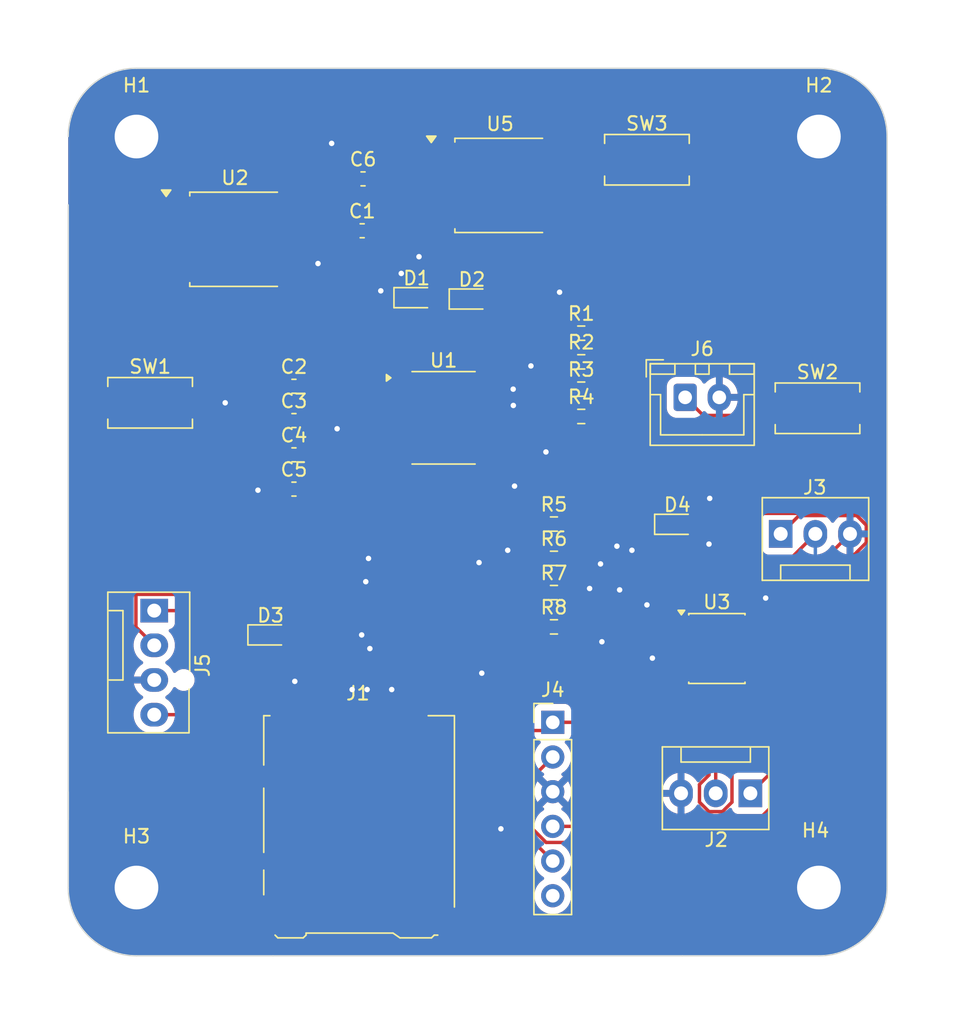
<source format=kicad_pcb>
(kicad_pcb (version 20241229) (generator "pcbnew") (generator_version "9.0")
  (layers (0 "F.Cu" signal) (2 "B.Cu" signal) (13 "F.Paste" user) (15 "B.Paste" user) (5 "F.SilkS" user "F.Silkscreen") (7 "B.SilkS" user "B.Silkscreen") (1 "F.Mask" user) (3 "B.Mask" user) (25 "Edge.Cuts" user))
  (net 0 "")
  (net 1 "GND")
  (net 2 "+3.3V")
  (net 3 "Alimentation")
  (net 4 "NRST")
  (net 5 "5V")
  (net 6 "Net-(D1-K)")
  (net 7 "LED_Status_1")
  (net 8 "Net-(D2-K)")
  (net 9 "LED_Status_2")
  (net 10 "Net-(D3-K)")
  (net 11 "Net-(D4-K)")
  (net 15 "SD_SPI1_MOSI")
  (net 16 "SD_CS")
  (net 17 "SD_SPI1_MISO")
  (net 18 "SD_SPI1_SCK")
  (net 19 "CAN_L")
  (net 20 "CAN_H")
  (net 21 "Debug_SWDIO")
  (net 22 "Debug_SWCLK")
  (net 24 "USART2_RX")
  (net 25 "USART2_TX")
  (net 26 "Net-(J6-Pin_1)")
  (net 27 "Test_PB")
  (net 29 "CAN_RX")
  (net 31 "CAN_TX")
  (footprint "Resistor_SMD:R_0603_1608Metric_Pad0.98x0.95mm_HandSolder" (layer "F.Cu") (at 165.5875 65.89)
    (property "Reference" "R6" (at 0 -1.43 0) (layer "F.SilkS"))
    (property "Value" "1k")
    (pad "1" smd roundrect (at -0.9125 0) (size 0.975 0.95) (layers "F.Cu" "F.Mask" "F.Paste") (net 10 "Net-(D3-K)"))
    (pad "2" smd roundrect (at 0.9125 0) (size 0.975 0.95) (layers "F.Cu" "F.Mask" "F.Paste") (net 1 "GND"))
  )
  (footprint "Diode_SMD:D_0603_1608Metric_Pad1.05x0.95mm_HandSolder" (layer "F.Cu") (at 144.825 71.5)
    (property "Reference" "D3" (at 0 -1.43 0) (layer "F.SilkS"))
    (property "Value" "LED")
    (pad "1" smd roundrect (at -0.875 0) (size 1.05 0.95) (layers "F.Cu" "F.Mask" "F.Paste") (net 10 "Net-(D3-K)"))
    (pad "2" smd roundrect (at 0.875 0) (size 1.05 0.95) (layers "F.Cu" "F.Mask" "F.Paste") (net 2 "+3.3V"))
  )
  (footprint "Connector:FanPinHeader_1x03_P2.54mm_Vertical" (layer "F.Cu") (at 179.98 83.1 180)
    (property "Reference" "J2" (at 2.5 -3.4 0) (layer "F.SilkS"))
    (property "Value" "Conn_01x03_Pin")
    (pad "1" thru_hole rect (at 0 0 270) (size 2.03 1.73) (drill 1.02) (layers "*.Cu" "*.Mask") (net 20 "CAN_H"))
    (pad "2" thru_hole oval (at 2.54 0 270) (size 2.03 1.73) (drill 1.02) (layers "*.Cu" "*.Mask") (net 19 "CAN_L"))
    (pad "3" thru_hole oval (at 5.08 0 270) (size 2.03 1.73) (drill 1.02) (layers "*.Cu" "*.Mask") (net 1 "GND"))
  )
  (footprint "Capacitor_SMD:C_0603_1608Metric_Pad1.08x0.95mm_HandSolder" (layer "F.Cu") (at 151.6 38.1)
    (property "Reference" "C6" (at 0 -1.43 0) (layer "F.SilkS"))
    (property "Value" "100nF")
    (pad "1" smd roundrect (at -0.8625 0) (size 1.075 0.95) (layers "F.Cu" "F.Mask" "F.Paste") (net 2 "+3.3V"))
    (pad "2" smd roundrect (at 0.8625 0) (size 1.075 0.95) (layers "F.Cu" "F.Mask" "F.Paste") (net 1 "GND"))
  )
  (footprint "Connector_PinHeader_2.54mm:PinHeader_1x06_P2.54mm_Vertical" (layer "F.Cu") (at 165.5 77.9)
    (property "Reference" "J4" (at 0 -2.38 0) (layer "F.SilkS"))
    (property "Value" "Conn_01x06_Pin")
    (pad "1" thru_hole rect (at 0 0) (size 1.7 1.7) (drill 1) (layers "*.Cu" "*.Mask") (net 2 "+3.3V"))
    (pad "2" thru_hole circle (at 0 2.54) (size 1.7 1.7) (drill 1) (layers "*.Cu" "*.Mask") (net 22 "Debug_SWCLK"))
    (pad "3" thru_hole circle (at 0 5.08) (size 1.7 1.7) (drill 1) (layers "*.Cu" "*.Mask") (net 1 "GND"))
    (pad "4" thru_hole circle (at 0 7.62) (size 1.7 1.7) (drill 1) (layers "*.Cu" "*.Mask") (net 21 "Debug_SWDIO"))
    (pad "5" thru_hole circle (at 0 10.16) (size 1.7 1.7) (drill 1) (layers "*.Cu" "*.Mask") (net 4 "NRST"))
    (pad "6" thru_hole circle (at 0 12.7) (size 1.7 1.7) (drill 1) (layers "*.Cu" "*.Mask"))
  )
  (footprint "Button_Switch_SMD:SW_SPST_EVQPE1" (layer "F.Cu") (at 172.4 36.7)
    (property "Reference" "SW3" (at 0 -2.65 0) (layer "F.SilkS"))
    (property "Value" "SW_Push")
    (pad "1" smd rect (at -2.7 0) (size 2 1.6) (layers "F.Cu" "F.Mask" "F.Paste") (net 1 "GND"))
    (pad "2" smd rect (at 2.7 0) (size 2 1.6) (layers "F.Cu" "F.Mask" "F.Paste") (net 27 "Test_PB"))
  )
  (footprint "Package_TO_SOT_SMD:TO-252-3_TabPin2" (layer "F.Cu") (at 142.215 42.525)
    (property "Reference" "U2" (at 0 -4.5 0) (layer "F.SilkS"))
    (property "Value" "LM1117DT-3.3")
    (pad "1" smd roundrect (at -5.04 -2.28) (size 2.2 1.2) (layers "F.Cu" "F.Mask" "F.Paste") (roundrect_rratio 0.208333) (net 1 "GND"))
    (pad "2" smd roundrect (at -5.04 0) (size 2.2 1.2) (layers "F.Cu" "F.Mask" "F.Paste") (roundrect_rratio 0.208333) (net 2 "+3.3V"))
    (pad "2" smd roundrect (at 1.26 0) (size 6.4 5.8) (layers "F.Cu" "F.Mask") (roundrect_rratio 0.043103) (net 2 "+3.3V"))
    (pad "3" smd roundrect (at -5.04 2.28) (size 2.2 1.2) (layers "F.Cu" "F.Mask" "F.Paste") (roundrect_rratio 0.208333) (net 3 "Alimentation"))
  )
  (footprint "Resistor_SMD:R_0603_1608Metric_Pad0.98x0.95mm_HandSolder" (layer "F.Cu") (at 167.5875 51.5)
    (property "Reference" "R2" (at 0 -1.43 0) (layer "F.SilkS"))
    (property "Value" "1k")
    (pad "1" smd roundrect (at -0.9125 0) (size 0.975 0.95) (layers "F.Cu" "F.Mask" "F.Paste") (net 8 "Net-(D2-K)"))
    (pad "2" smd roundrect (at 0.9125 0) (size 0.975 0.95) (layers "F.Cu" "F.Mask" "F.Paste") (net 1 "GND"))
  )
  (footprint "Connector:FanPinHeader_1x04_P2.54mm_Vertical" (layer "F.Cu") (at 136.3 69.72 -90)
    (property "Reference" "J5" (at 4 -3.55 90) (layer "F.SilkS"))
    (property "Value" "Conn_01x04_Pin")
    (pad "" np_thru_hole circle (at 5.08 -2.16) (size 1.1 1.1) (drill 1.1) (layers "*.Cu" "*.Mask"))
    (pad "1" thru_hole rect (at 0 0) (size 2.03 1.73) (drill 1.02) (layers "*.Cu" "*.Mask") (net 24 "USART2_RX"))
    (pad "2" thru_hole oval (at 2.54 0) (size 2.03 1.73) (drill 1.02) (layers "*.Cu" "*.Mask") (net 25 "USART2_TX"))
    (pad "3" thru_hole oval (at 5.08 0) (size 2.03 1.73) (drill 1.02) (layers "*.Cu" "*.Mask") (net 1 "GND"))
    (pad "4" thru_hole oval (at 7.62 0) (size 2.03 1.73) (drill 1.02) (layers "*.Cu" "*.Mask") (net 2 "+3.3V"))
  )
  (footprint "Resistor_SMD:R_0603_1608Metric_Pad0.98x0.95mm_HandSolder" (layer "F.Cu") (at 165.5875 70.91)
    (property "Reference" "R8" (at 0 -1.43 0) (layer "F.SilkS"))
    (property "Value" "1k")
    (pad "1" smd roundrect (at -0.9125 0) (size 0.975 0.95) (layers "F.Cu" "F.Mask" "F.Paste") (net 11 "Net-(D4-K)"))
    (pad "2" smd roundrect (at 0.9125 0) (size 0.975 0.95) (layers "F.Cu" "F.Mask" "F.Paste") (net 1 "GND"))
  )
  (footprint "Capacitor_SMD:C_0603_1608Metric_Pad1.08x0.95mm_HandSolder" (layer "F.Cu") (at 151.5375 41.9)
    (property "Reference" "C1" (at 0 -1.43 0) (layer "F.SilkS"))
    (property "Value" "10µF")
    (pad "1" smd roundrect (at -0.8625 0) (size 1.075 0.95) (layers "F.Cu" "F.Mask" "F.Paste") (net 2 "+3.3V"))
    (pad "2" smd roundrect (at 0.8625 0) (size 1.075 0.95) (layers "F.Cu" "F.Mask" "F.Paste") (net 1 "GND"))
  )
  (footprint "Connector:FanPinHeader_1x03_P2.54mm_Vertical" (layer "F.Cu") (at 182.2 64.1)
    (property "Reference" "J3" (at 2.5 -3.4 0) (layer "F.SilkS"))
    (property "Value" "Conn_01x03_Pin")
    (pad "1" thru_hole rect (at 0 0 90) (size 2.03 1.73) (drill 1.02) (layers "*.Cu" "*.Mask") (net 20 "CAN_H"))
    (pad "2" thru_hole oval (at 2.54 0 90) (size 2.03 1.73) (drill 1.02) (layers "*.Cu" "*.Mask") (net 19 "CAN_L"))
    (pad "3" thru_hole oval (at 5.08 0 90) (size 2.03 1.73) (drill 1.02) (layers "*.Cu" "*.Mask") (net 1 "GND"))
  )
  (footprint "Resistor_SMD:R_0603_1608Metric_Pad0.98x0.95mm_HandSolder" (layer "F.Cu") (at 165.5875 68.4)
    (property "Reference" "R7" (at 0 -1.43 0) (layer "F.SilkS"))
    (property "Value" "120")
    (pad "1" smd roundrect (at -0.9125 0) (size 0.975 0.95) (layers "F.Cu" "F.Mask" "F.Paste") (net 20 "CAN_H"))
    (pad "2" smd roundrect (at 0.9125 0) (size 0.975 0.95) (layers "F.Cu" "F.Mask" "F.Paste") (net 19 "CAN_L"))
  )
  (footprint "Diode_SMD:D_0603_1608Metric_Pad1.05x0.95mm_HandSolder" (layer "F.Cu") (at 155.525 46.8)
    (property "Reference" "D1" (at 0 -1.43 0) (layer "F.SilkS"))
    (property "Value" "LED")
    (pad "1" smd roundrect (at -0.875 0) (size 1.05 0.95) (layers "F.Cu" "F.Mask" "F.Paste") (net 6 "Net-(D1-K)"))
    (pad "2" smd roundrect (at 0.875 0) (size 1.05 0.95) (layers "F.Cu" "F.Mask" "F.Paste") (net 7 "LED_Status_1"))
  )
  (footprint "Capacitor_SMD:C_0603_1608Metric_Pad1.08x0.95mm_HandSolder" (layer "F.Cu") (at 146.5375 53.29)
    (property "Reference" "C2" (at 0 -1.43 0) (layer "F.SilkS"))
    (property "Value" "10µF")
    (pad "1" smd roundrect (at -0.8625 0) (size 1.075 0.95) (layers "F.Cu" "F.Mask" "F.Paste") (net 3 "Alimentation"))
    (pad "2" smd roundrect (at 0.8625 0) (size 1.075 0.95) (layers "F.Cu" "F.Mask" "F.Paste") (net 1 "GND"))
  )
  (footprint "MountingHole:MountingHole_3.2mm_M3_DIN965_Pad" (layer "F.Cu") (at 185 35)
    (property "Reference" "H2" (at 0 -3.75 0) (layer "F.SilkS"))
    (property "Value" "MountingHole_Pad")
    (pad "1" thru_hole circle (at 0 0) (size 5.6 5.6) (drill 3.2) (layers "*.Cu" "*.Mask") (net 1 "GND"))
  )
  (footprint "Connector_JST:JST_XH_B2B-XH-A_1x02_P2.50mm_Vertical" (layer "F.Cu") (at 175.2 54.1)
    (property "Reference" "J6" (at 1.25 -3.55 0) (layer "F.SilkS"))
    (property "Value" "Conn_01x02_Pin")
    (pad "1" thru_hole roundrect (at 0 0) (size 1.7 2) (drill 1) (layers "*.Cu" "*.Mask") (roundrect_rratio 0.147059) (net 26 "Net-(J6-Pin_1)"))
    (pad "2" thru_hole oval (at 2.5 0) (size 1.7 2) (drill 1) (layers "*.Cu" "*.Mask") (net 1 "GND"))
  )
  (footprint "Resistor_SMD:R_0603_1608Metric_Pad0.98x0.95mm_HandSolder" (layer "F.Cu") (at 165.5875 63.38)
    (property "Reference" "R5" (at 0 -1.43 0) (layer "F.SilkS"))
    (property "Value" "10k")
    (pad "1" smd roundrect (at -0.9125 0) (size 0.975 0.95) (layers "F.Cu" "F.Mask" "F.Paste") (net 17 "SD_SPI1_MISO"))
    (pad "2" smd roundrect (at 0.9125 0) (size 0.975 0.95) (layers "F.Cu" "F.Mask" "F.Paste") (net 2 "+3.3V"))
  )
  (footprint "MountingHole:MountingHole_3.2mm_M3_DIN965_Pad" (layer "F.Cu") (at 135 35)
    (property "Reference" "H1" (at 0 -3.75 0) (layer "F.SilkS"))
    (property "Value" "MountingHole_Pad")
    (pad "1" thru_hole circle (at 0 0) (size 5.6 5.6) (drill 3.2) (layers "*.Cu" "*.Mask") (net 1 "GND"))
  )
  (footprint "Package_SO:TSSOP-20_4.4x6.5mm_P0.65mm" (layer "F.Cu") (at 157.5 55.6)
    (property "Reference" "U1" (at 0 -4.2 0) (layer "F.SilkS"))
    (property "Value" "STM32F042F6Px")
    (pad "1" smd roundrect (at -2.8625 -2.925) (size 1.475 0.4) (layers "F.Cu" "F.Mask" "F.Paste") (net 27 "Test_PB"))
    (pad "2" smd roundrect (at -2.8625 -2.275) (size 1.475 0.4) (layers "F.Cu" "F.Mask" "F.Paste") (net 7 "LED_Status_1"))
    (pad "3" smd roundrect (at -2.8625 -1.625) (size 1.475 0.4) (layers "F.Cu" "F.Mask" "F.Paste") (net 9 "LED_Status_2"))
    (pad "4" smd roundrect (at -2.8625 -0.975) (size 1.475 0.4) (layers "F.Cu" "F.Mask" "F.Paste") (net 4 "NRST"))
    (pad "5" smd roundrect (at -2.8625 -0.325) (size 1.475 0.4) (layers "F.Cu" "F.Mask" "F.Paste") (net 2 "+3.3V"))
    (pad "6" smd roundrect (at -2.8625 0.325) (size 1.475 0.4) (layers "F.Cu" "F.Mask" "F.Paste"))
    (pad "7" smd roundrect (at -2.8625 0.975) (size 1.475 0.4) (layers "F.Cu" "F.Mask" "F.Paste"))
    (pad "8" smd roundrect (at -2.8625 1.625) (size 1.475 0.4) (layers "F.Cu" "F.Mask" "F.Paste") (net 25 "USART2_TX"))
    (pad "9" smd roundrect (at -2.8625 2.275) (size 1.475 0.4) (layers "F.Cu" "F.Mask" "F.Paste") (net 24 "USART2_RX"))
    (pad "10" smd roundrect (at -2.8625 2.925) (size 1.475 0.4) (layers "F.Cu" "F.Mask" "F.Paste") (net 16 "SD_CS"))
    (pad "11" smd roundrect (at 2.8625 2.925) (size 1.475 0.4) (layers "F.Cu" "F.Mask" "F.Paste") (net 18 "SD_SPI1_SCK"))
    (pad "12" smd roundrect (at 2.8625 2.275) (size 1.475 0.4) (layers "F.Cu" "F.Mask" "F.Paste") (net 17 "SD_SPI1_MISO"))
    (pad "13" smd roundrect (at 2.8625 1.625) (size 1.475 0.4) (layers "F.Cu" "F.Mask" "F.Paste") (net 15 "SD_SPI1_MOSI"))
    (pad "14" smd roundrect (at 2.8625 0.975) (size 1.475 0.4) (layers "F.Cu" "F.Mask" "F.Paste"))
    (pad "15" smd roundrect (at 2.8625 0.325) (size 1.475 0.4) (layers "F.Cu" "F.Mask" "F.Paste") (net 1 "GND"))
    (pad "16" smd roundrect (at 2.8625 -0.325) (size 1.475 0.4) (layers "F.Cu" "F.Mask" "F.Paste") (net 2 "+3.3V"))
    (pad "17" smd roundrect (at 2.8625 -0.975) (size 1.475 0.4) (layers "F.Cu" "F.Mask" "F.Paste") (net 29 "CAN_RX"))
    (pad "18" smd roundrect (at 2.8625 -1.625) (size 1.475 0.4) (layers "F.Cu" "F.Mask" "F.Paste") (net 31 "CAN_TX"))
    (pad "19" smd roundrect (at 2.8625 -2.275) (size 1.475 0.4) (layers "F.Cu" "F.Mask" "F.Paste") (net 22 "Debug_SWCLK"))
    (pad "20" smd roundrect (at 2.8625 -2.925) (size 1.475 0.4) (layers "F.Cu" "F.Mask" "F.Paste") (net 21 "Debug_SWDIO"))
  )
  (footprint "Capacitor_SMD:C_0603_1608Metric_Pad1.08x0.95mm_HandSolder" (layer "F.Cu") (at 146.5375 58.31)
    (property "Reference" "C4" (at 0 -1.43 0) (layer "F.SilkS"))
    (property "Value" "10µF")
    (pad "1" smd roundrect (at -0.8625 0) (size 1.075 0.95) (layers "F.Cu" "F.Mask" "F.Paste") (net 3 "Alimentation"))
    (pad "2" smd roundrect (at 0.8625 0) (size 1.075 0.95) (layers "F.Cu" "F.Mask" "F.Paste") (net 1 "GND"))
  )
  (footprint "Connector_Card:microSD_HC_Hirose_DM3AT-SF-PEJM5" (layer "F.Cu") (at 151.3 85.3)
    (property "Reference" "J1" (at -0.075 -9.525 0) (layer "F.SilkS"))
    (property "Value" "Micro_SD_Card")
    (pad "1" smd rect (at 2.775 -7.725) (size 0.7 1.2) (layers "F.Cu" "F.Mask" "F.Paste"))
    (pad "2" smd rect (at 1.675 -7.725) (size 0.7 1.2) (layers "F.Cu" "F.Mask" "F.Paste") (net 16 "SD_CS"))
    (pad "3" smd rect (at 0.575 -7.725) (size 0.7 1.2) (layers "F.Cu" "F.Mask" "F.Paste") (net 15 "SD_SPI1_MOSI"))
    (pad "4" smd rect (at -0.525 -7.725) (size 0.7 1.2) (layers "F.Cu" "F.Mask" "F.Paste") (net 2 "+3.3V"))
    (pad "5" smd rect (at -1.625 -7.725) (size 0.7 1.2) (layers "F.Cu" "F.Mask" "F.Paste") (net 18 "SD_SPI1_SCK"))
    (pad "6" smd rect (at -2.725 -7.725) (size 0.7 1.2) (layers "F.Cu" "F.Mask" "F.Paste") (net 1 "GND"))
    (pad "7" smd rect (at -3.825 -7.725) (size 0.7 1.2) (layers "F.Cu" "F.Mask" "F.Paste") (net 17 "SD_SPI1_MISO"))
    (pad "8" smd rect (at -4.925 -7.725) (size 0.7 1.2) (layers "F.Cu" "F.Mask" "F.Paste"))
    (pad "9" smd rect (at -5.875 -7.725) (size 0.7 1.2) (layers "F.Cu" "F.Mask" "F.Paste") (net 1 "GND"))
    (pad "10" smd rect (at -6.825 2.775) (size 1 0.8) (layers "F.Cu" "F.Mask" "F.Paste"))
    (pad "11" smd rect (at -6.825 -3.425) (size 1 1.2) (layers "F.Cu" "F.Mask" "F.Paste"))
    (pad "11" smd rect (at -6.825 6.925) (size 1 2.8) (layers "F.Cu" "F.Mask" "F.Paste"))
    (pad "11" smd rect (at 4.325 -7.725) (size 1 1.2) (layers "F.Cu" "F.Mask" "F.Paste"))
    (pad "11" smd rect (at 6.675 7.375) (size 1.3 1.9) (layers "F.Cu" "F.Mask" "F.Paste"))
    (zone (net 0) (net_name "") (layer "F.Cu") (connect_pads (clearance 0)) (min_thickness 0.254)
      (keepout (tracks not_allowed) (vias not_allowed) (pads not_allowed) (copperpour not_allowed) (footprints not_allowed))
      (fill (thermal_gap 0.508) (thermal_bridge_width 0.508))
      (polygon (pts (xy 144.825 81.275) (xy 144.075 81.275) (xy 144.075 78.025) (xy 144.825 78.025)))
    )
    (zone (net 0) (net_name "") (layer "F.Cu") (connect_pads (clearance 0)) (min_thickness 0.254)
      (keepout (tracks not_allowed) (vias not_allowed) (pads not_allowed) (copperpour not_allowed) (footprints not_allowed))
      (fill (thermal_gap 0.508) (thermal_bridge_width 0.508))
      (polygon (pts (xy 144.825 86.075) (xy 144.075 86.075) (xy 144.075 82.475) (xy 144.825 82.475)))
    )
    (zone (net 0) (net_name "") (layer "F.Cu") (connect_pads (clearance 0)) (min_thickness 0.254)
      (keepout (tracks not_allowed) (vias not_allowed) (pads not_allowed) (copperpour not_allowed) (footprints not_allowed))
      (fill (thermal_gap 0.508) (thermal_bridge_width 0.508))
      (polygon (pts (xy 145.175 83.875) (xy 145.875 83.875) (xy 145.875 91.475) (xy 145.175 91.475)))
    )
    (zone (net 0) (net_name "") (layer "F.Cu") (connect_pads (clearance 0)) (min_thickness 0.254)
      (keepout (tracks not_allowed) (vias not_allowed) (pads not_allowed) (copperpour not_allowed) (footprints not_allowed))
      (fill (thermal_gap 0.508) (thermal_bridge_width 0.508))
      (polygon (pts (xy 154.225 92.275) (xy 156.775 92.275) (xy 156.775 93.625) (xy 154.225 93.625)))
    )
    (zone (net 0) (net_name "") (layer "F.Cu") (connect_pads (clearance 0)) (min_thickness 0.254)
      (keepout (tracks not_allowed) (vias not_allowed) (pads not_allowed) (copperpour not_allowed) (footprints not_allowed))
      (fill (thermal_gap 0.508) (thermal_bridge_width 0.508))
      (polygon (pts (xy 154.575 84.175) (xy 145.875 84.175) (xy 145.875 82.575) (xy 154.575 82.575)))
    )
  )
  (footprint "Diode_SMD:D_0603_1608Metric_Pad1.05x0.95mm_HandSolder" (layer "F.Cu") (at 159.575 46.9)
    (property "Reference" "D2" (at 0 -1.43 0) (layer "F.SilkS"))
    (property "Value" "LED")
    (pad "1" smd roundrect (at -0.875 0) (size 1.05 0.95) (layers "F.Cu" "F.Mask" "F.Paste") (net 8 "Net-(D2-K)"))
    (pad "2" smd roundrect (at 0.875 0) (size 1.05 0.95) (layers "F.Cu" "F.Mask" "F.Paste") (net 9 "LED_Status_2"))
  )
  (footprint "Button_Switch_SMD:SW_SPST_EVQPE1" (layer "F.Cu") (at 136 54.5)
    (property "Reference" "SW1" (at 0 -2.65 0) (layer "F.SilkS"))
    (property "Value" "SW_Push")
    (pad "1" smd rect (at -2.7 0) (size 2 1.6) (layers "F.Cu" "F.Mask" "F.Paste") (net 1 "GND"))
    (pad "2" smd rect (at 2.7 0) (size 2 1.6) (layers "F.Cu" "F.Mask" "F.Paste") (net 4 "NRST"))
  )
  (footprint "MountingHole:MountingHole_3.2mm_M3_DIN965_Pad" (layer "F.Cu") (at 135 90)
    (property "Reference" "H3" (at 0 -3.75 0) (layer "F.SilkS"))
    (property "Value" "MountingHole_Pad")
    (pad "1" thru_hole circle (at 0 0) (size 5.6 5.6) (drill 3.2) (layers "*.Cu" "*.Mask") (net 1 "GND"))
  )
  (footprint "Resistor_SMD:R_0603_1608Metric_Pad0.98x0.95mm_HandSolder" (layer "F.Cu") (at 167.5875 49.4)
    (property "Reference" "R1" (at 0 -1.43 0) (layer "F.SilkS"))
    (property "Value" "1k")
    (pad "1" smd roundrect (at -0.9125 0) (size 0.975 0.95) (layers "F.Cu" "F.Mask" "F.Paste") (net 6 "Net-(D1-K)"))
    (pad "2" smd roundrect (at 0.9125 0) (size 0.975 0.95) (layers "F.Cu" "F.Mask" "F.Paste") (net 1 "GND"))
  )
  (footprint "Package_TO_SOT_SMD:TO-252-3_TabPin2" (layer "F.Cu") (at 161.64 38.58)
    (property "Reference" "U5" (at 0 -4.5 0) (layer "F.SilkS"))
    (property "Value" "LM1117DT-5.0")
    (pad "1" smd roundrect (at -5.04 -2.28) (size 2.2 1.2) (layers "F.Cu" "F.Mask" "F.Paste") (roundrect_rratio 0.208333) (net 1 "GND"))
    (pad "2" smd roundrect (at -5.04 0) (size 2.2 1.2) (layers "F.Cu" "F.Mask" "F.Paste") (roundrect_rratio 0.208333) (net 5 "5V"))
    (pad "2" smd roundrect (at 1.26 0) (size 6.4 5.8) (layers "F.Cu" "F.Mask") (roundrect_rratio 0.043103) (net 5 "5V"))
    (pad "3" smd roundrect (at -5.04 2.28) (size 2.2 1.2) (layers "F.Cu" "F.Mask" "F.Paste") (roundrect_rratio 0.208333) (net 3 "Alimentation"))
  )
  (footprint "Package_SO:SOIC-8_3.9x4.9mm_P1.27mm" (layer "F.Cu") (at 177.525 72.495)
    (property "Reference" "U3" (at 0 -3.4 0) (layer "F.SilkS"))
    (property "Value" "MCP2562-E-SN")
    (pad "1" smd roundrect (at -2.475 -1.905) (size 1.95 0.6) (layers "F.Cu" "F.Mask" "F.Paste") (net 31 "CAN_TX"))
    (pad "2" smd roundrect (at -2.475 -0.635) (size 1.95 0.6) (layers "F.Cu" "F.Mask" "F.Paste") (net 1 "GND"))
    (pad "3" smd roundrect (at -2.475 0.635) (size 1.95 0.6) (layers "F.Cu" "F.Mask" "F.Paste") (net 5 "5V"))
    (pad "4" smd roundrect (at -2.475 1.905) (size 1.95 0.6) (layers "F.Cu" "F.Mask" "F.Paste") (net 29 "CAN_RX"))
    (pad "5" smd roundrect (at 2.475 1.905) (size 1.95 0.6) (layers "F.Cu" "F.Mask" "F.Paste") (net 2 "+3.3V"))
    (pad "6" smd roundrect (at 2.475 0.635) (size 1.95 0.6) (layers "F.Cu" "F.Mask" "F.Paste") (net 19 "CAN_L"))
    (pad "7" smd roundrect (at 2.475 -0.635) (size 1.95 0.6) (layers "F.Cu" "F.Mask" "F.Paste") (net 20 "CAN_H"))
    (pad "8" smd roundrect (at 2.475 -1.905) (size 1.95 0.6) (layers "F.Cu" "F.Mask" "F.Paste") (net 1 "GND"))
  )
  (footprint "Button_Switch_SMD:SW_SPST_EVQPE1" (layer "F.Cu") (at 184.9 54.9)
    (property "Reference" "SW2" (at 0 -2.65 0) (layer "F.SilkS"))
    (property "Value" "SW_SPST")
    (pad "1" smd rect (at -2.7 0) (size 2 1.6) (layers "F.Cu" "F.Mask" "F.Paste") (net 26 "Net-(J6-Pin_1)"))
    (pad "2" smd rect (at 2.7 0) (size 2 1.6) (layers "F.Cu" "F.Mask" "F.Paste") (net 3 "Alimentation"))
  )
  (footprint "Capacitor_SMD:C_0603_1608Metric_Pad1.08x0.95mm_HandSolder" (layer "F.Cu") (at 146.5375 55.8)
    (property "Reference" "C3" (at 0 -1.43 0) (layer "F.SilkS"))
    (property "Value" "1uF")
    (pad "1" smd roundrect (at -0.8625 0) (size 1.075 0.95) (layers "F.Cu" "F.Mask" "F.Paste") (net 1 "GND"))
    (pad "2" smd roundrect (at 0.8625 0) (size 1.075 0.95) (layers "F.Cu" "F.Mask" "F.Paste") (net 4 "NRST"))
  )
  (footprint "Diode_SMD:D_0603_1608Metric_Pad1.05x0.95mm_HandSolder" (layer "F.Cu") (at 174.625 63.4)
    (property "Reference" "D4" (at 0 -1.43 0) (layer "F.SilkS"))
    (property "Value" "LED")
    (pad "1" smd roundrect (at -0.875 0) (size 1.05 0.95) (layers "F.Cu" "F.Mask" "F.Paste") (net 11 "Net-(D4-K)"))
    (pad "2" smd roundrect (at 0.875 0) (size 1.05 0.95) (layers "F.Cu" "F.Mask" "F.Paste") (net 2 "+3.3V"))
  )
  (footprint "Resistor_SMD:R_0603_1608Metric_Pad0.98x0.95mm_HandSolder" (layer "F.Cu") (at 167.5875 53.5)
    (property "Reference" "R3" (at 0 -1.43 0) (layer "F.SilkS"))
    (property "Value" "10k")
    (pad "1" smd roundrect (at -0.9125 0) (size 0.975 0.95) (layers "F.Cu" "F.Mask" "F.Paste") (net 15 "SD_SPI1_MOSI"))
    (pad "2" smd roundrect (at 0.9125 0) (size 0.975 0.95) (layers "F.Cu" "F.Mask" "F.Paste") (net 2 "+3.3V"))
  )
  (footprint "Capacitor_SMD:C_0603_1608Metric_Pad1.08x0.95mm_HandSolder" (layer "F.Cu") (at 146.5375 60.82)
    (property "Reference" "C5" (at 0 -1.43 0) (layer "F.SilkS"))
    (property "Value" "10µF")
    (pad "1" smd roundrect (at -0.8625 0) (size 1.075 0.95) (layers "F.Cu" "F.Mask" "F.Paste") (net 5 "5V"))
    (pad "2" smd roundrect (at 0.8625 0) (size 1.075 0.95) (layers "F.Cu" "F.Mask" "F.Paste") (net 1 "GND"))
  )
  (footprint "MountingHole:MountingHole_3.2mm_M3_DIN965_Pad" (layer "F.Cu") (at 185 90)
    (property "Reference" "H4" (at -0.25 -4.18 0) (layer "F.SilkS"))
    (property "Value" "MountingHole_Pad")
    (pad "1" thru_hole circle (at 0 0) (size 5.6 5.6) (drill 3.2) (layers "*.Cu" "*.Mask") (net 1 "GND"))
  )
  (footprint "Resistor_SMD:R_0603_1608Metric_Pad0.98x0.95mm_HandSolder" (layer "F.Cu") (at 167.5875 55.5)
    (property "Reference" "R4" (at 0 -1.43 0) (layer "F.SilkS"))
    (property "Value" "10k")
    (pad "1" smd roundrect (at -0.9125 0) (size 0.975 0.95) (layers "F.Cu" "F.Mask" "F.Paste") (net 18 "SD_SPI1_SCK"))
    (pad "2" smd roundrect (at 0.9125 0) (size 0.975 0.95) (layers "F.Cu" "F.Mask" "F.Paste") (net 2 "+3.3V"))
  )
  (gr_line (start 190 90) (end 190 85) (stroke (width 0.1)) (layer "Edge.Cuts"))
  (gr_line (start 185 30) (end 135 30) (stroke (width 0.1)) (layer "Edge.Cuts"))
  (gr_arc (start 130 35) (mid 131.464466 31.464466) (end 135 30) (stroke (width 0.1)) (layer "Edge.Cuts"))
  (gr_line (start 190 75) (end 190 85) (stroke (width 0.1)) (layer "Edge.Cuts"))
  (gr_arc (start 135 95) (mid 131.464466 93.535534) (end 130 90) (stroke (width 0.1)) (layer "Edge.Cuts"))
  (gr_arc (start 190 90) (mid 188.535534 93.535534) (end 185 95) (stroke (width 0.1)) (layer "Edge.Cuts"))
  (gr_line (start 190 35) (end 190 40) (stroke (width 0.1)) (layer "Edge.Cuts"))
  (gr_line (start 190 40) (end 190 75) (stroke (width 0.1)) (layer "Edge.Cuts"))
  (gr_line (start 135 95) (end 145 95) (stroke (width 0.1)) (layer "Edge.Cuts"))
  (gr_line (start 175 95) (end 145 95) (stroke (width 0.1)) (layer "Edge.Cuts"))
  (gr_line (start 130 85) (end 130 50) (stroke (width 0.1)) (layer "Edge.Cuts"))
  (gr_line (start 130 83) (end 130 85) (stroke (width 0.1)) (layer "Edge.Cuts"))
  (gr_line (start 130 50) (end 130 40) (stroke (width 0.1)) (layer "Edge.Cuts"))
  (gr_arc (start 185 30) (mid 188.535534 31.464466) (end 190 35) (stroke (width 0.1)) (layer "Edge.Cuts"))
  (gr_line (start 185 95) (end 175 95) (stroke (width 0.1)) (layer "Edge.Cuts"))
  (gr_line (start 130 85) (end 130 90) (stroke (width 0.1)) (layer "Edge.Cuts"))
  (segment (start 180 69.9) (end 181.1 68.8) (width 0.25) (layer "F.Cu") (net 1))
  (segment (start 180.79 70.59) (end 187.28 64.1) (width 0.25) (layer "F.Cu") (net 1))
  (segment (start 180 70.59) (end 180 69.9) (width 0.25) (layer "F.Cu") (net 1))
  (segment (start 180 70.59) (end 180.79 70.59) (width 0.25) (layer "F.Cu") (net 1))
  (via (at 181.1 68.8) (size 0.8) (drill 0.4) (layers "F.Cu" "B.Cu") (net 1))
  (segment (start 177.7 65.4) (end 177.7 54.1) (width 0.25) (layer "B.Cu") (net 1))
  (segment (start 181.1 68.8) (end 177.7 65.4) (width 0.25) (layer "B.Cu") (net 1))
  (segment (start 150.775 77.575) (end 150.775 75.525) (width 0.25) (layer "F.Cu") (net 2))
  (segment (start 150.7375 41.8375) (end 150.675 41.9) (width 0.25) (layer "F.Cu") (net 2))
  (segment (start 150.775 75.525) (end 150.8 75.5) (width 0.25) (layer "F.Cu") (net 2))
  (segment (start 168.5 53.5) (end 168.5 55.5) (width 0.25) (layer "F.Cu") (net 2))
  (segment (start 145.7 71.5) (end 145.7 73.2) (width 0.25) (layer "F.Cu") (net 2))
  (segment (start 169.42 63.38) (end 171.3 61.5) (width 0.25) (layer "F.Cu") (net 2))
  (segment (start 176.946672 78.1) (end 176.946672 81.759) (width 0.25) (layer "F.Cu") (net 2))
  (segment (start 145.7 73.2) (end 145.6 73.3) (width 0.25) (layer "F.Cu") (net 2))
  (segment (start 176.746672 77.9) (end 176.946672 78.1) (width 0.25) (layer "F.Cu") (net 2))
  (segment (start 145.6 73.9) (end 145.6 73.3) (width 0.25) (layer "F.Cu") (net 2))
  (segment (start 176.946672 64.846672) (end 176.946672 78.1) (width 0.25) (layer "F.Cu") (net 2))
  (segment (start 135.749 44.209486) (end 135.749 45.400514) (width 0.25) (layer "F.Cu") (net 2))
  (segment (start 144.8115 58.78749) (end 145.13501 59.111) (width 0.25) (layer "F.Cu") (net 2))
  (segment (start 178.631 83.743328) (end 178.631 75.769) (width 0.25) (layer "F.Cu") (net 2))
  (segment (start 143.475 42.525) (end 137.175 42.525) (width 0.25) (layer "F.Cu") (net 2))
  (segment (start 145.13501 59.111) (end 150.108774 59.111) (width 0.25) (layer "F.Cu") (net 2))
  (segment (start 166.5 63.38) (end 169.42 63.38) (width 0.25) (layer "F.Cu") (net 2))
  (segment (start 137.433486 42.525) (end 135.749 44.209486) (width 0.25) (layer "F.Cu") (net 2))
  (segment (start 176.946672 81.759) (end 176.249 82.456672) (width 0.25) (layer "F.Cu") (net 2))
  (segment (start 149.875 42.525) (end 143.475 42.525) (width 0.25) (layer "F.Cu") (net 2))
  (segment (start 171.3 55.6) (end 171.4 55.5) (width 0.25) (layer "F.Cu") (net 2))
  (segment (start 176.249 83.743328) (end 176.946672 84.441) (width 0.25) (layer "F.Cu") (net 2))
  (segment (start 178.631 75.769) (end 180 74.4) (width 0.25) (layer "F.Cu") (net 2))
  (segment (start 146.6 74.9) (end 145.6 73.9) (width 0.25) (layer "F.Cu") (net 2))
  (segment (start 164.899 78.501) (end 150.851 78.501) (width 0.25) (layer "F.Cu") (net 2))
  (segment (start 153.944774 55.275) (end 154.6375 55.275) (width 0.25) (layer "F.Cu") (net 2))
  (segment (start 176.249 82.456672) (end 176.249 83.743328) (width 0.25) (layer "F.Cu") (net 2))
  (segment (start 149.875 42.525) (end 137.433486 42.525) (width 0.25) (layer "F.Cu") (net 2))
  (segment (start 144.8115 54.463014) (end 144.8115 58.78749) (width 0.25) (layer "F.Cu") (net 2))
  (segment (start 177.933328 84.441) (end 178.631 83.743328) (width 0.25) (layer "F.Cu") (net 2))
  (segment (start 176.946672 84.441) (end 177.933328 84.441) (width 0.25) (layer "F.Cu") (net 2))
  (segment (start 171.3 61.5) (end 171.3 55.6) (width 0.25) (layer "F.Cu") (net 2))
  (segment (start 154.6375 55.275) (end 160.3625 55.275) (width 0.25) (layer "F.Cu") (net 2))
  (segment (start 150.108774 59.111) (end 153.944774 55.275) (width 0.25) (layer "F.Cu") (net 2))
  (segment (start 171.4 55.5) (end 168.5 55.5) (width 0.25) (layer "F.Cu") (net 2))
  (segment (start 150.851 78.501) (end 150.775 78.425) (width 0.25) (layer "F.Cu") (net 2))
  (segment (start 150.775 78.425) (end 150.775 77.575) (width 0.25) (layer "F.Cu") (net 2))
  (segment (start 141.56 77.34) (end 136.3 77.34) (width 0.25) (layer "F.Cu") (net 2))
  (segment (start 150.7375 38.1) (end 150.7375 41.8375) (width 0.25) (layer "F.Cu") (net 2))
  (segment (start 150.675 41.9) (end 150.5 41.9) (width 0.25) (layer "F.Cu") (net 2))
  (segment (start 171.3 61.5) (end 177 61.5) (width 0.25) (layer "F.Cu") (net 2))
  (segment (start 165.5 77.9) (end 176.746672 77.9) (width 0.25) (layer "F.Cu") (net 2))
  (segment (start 165.5 77.9) (end 164.899 78.501) (width 0.25) (layer "F.Cu") (net 2))
  (segment (start 175.5 63.4) (end 176.946672 64.846672) (width 0.25) (layer "F.Cu") (net 2))
  (segment (start 135.749 45.400514) (end 144.8115 54.463014) (width 0.25) (layer "F.Cu") (net 2))
  (segment (start 145.6 73.3) (end 141.56 77.34) (width 0.25) (layer "F.Cu") (net 2))
  (segment (start 150.5 41.9) (end 149.875 42.525) (width 0.25) (layer "F.Cu") (net 2))
  (via (at 177 61.5) (size 0.8) (drill 0.4) (layers "F.Cu" "B.Cu") (net 2))
  (via (at 150.8 75.5) (size 0.8) (drill 0.4) (layers "F.Cu" "B.Cu") (net 2))
  (via (at 146.6 74.9) (size 0.8) (drill 0.4) (layers "F.Cu" "B.Cu") (net 2))
  (via (at 176.946672 64.846672) (size 0.8) (drill 0.4) (layers "F.Cu" "B.Cu") (net 2))
  (segment (start 150.8 75.5) (end 147.2 75.5) (width 0.25) (layer "B.Cu") (net 2))
  (segment (start 176.946672 61.553328) (end 177 61.5) (width 0.25) (layer "B.Cu") (net 2))
  (segment (start 176.946672 64.846672) (end 176.946672 61.553328) (width 0.25) (layer "B.Cu") (net 2))
  (segment (start 147.2 75.5) (end 146.6 74.9) (width 0.25) (layer "B.Cu") (net 2))
  (segment (start 155.7 43.8) (end 176.5 43.8) (width 0.25) (layer "F.Cu") (net 3))
  (segment (start 137.175 44.805) (end 145.66 53.29) (width 0.25) (layer "F.Cu") (net 3))
  (segment (start 155.7 43.8) (end 155.7 41.76) (width 0.25) (layer "F.Cu") (net 3))
  (segment (start 176.5 43.8) (end 187.6 54.9) (width 0.25) (layer "F.Cu") (net 3))
  (segment (start 145.675 53.29) (end 148.3 50.665) (width 0.25) (layer "F.Cu") (net 3))
  (segment (start 146.5375 54.1525) (end 146.5375 57.4475) (width 0.25) (layer "F.Cu") (net 3))
  (segment (start 145.675 53.29) (end 146.5375 54.1525) (width 0.25) (layer "F.Cu") (net 3))
  (segment (start 146.5375 57.4475) (end 145.675 58.31) (width 0.25) (layer "F.Cu") (net 3))
  (segment (start 145.66 53.29) (end 145.675 53.29) (width 0.25) (layer "F.Cu") (net 3))
  (segment (start 155.7 41.76) (end 156.6 40.86) (width 0.25) (layer "F.Cu") (net 3))
  (segment (start 148.3 50.665) (end 148.3 44.3) (width 0.25) (layer "F.Cu") (net 3))
  (via (at 155.7 43.8) (size 0.8) (drill 0.4) (layers "F.Cu" "B.Cu") (net 3))
  (via (at 148.3 44.3) (size 0.8) (drill 0.4) (layers "F.Cu" "B.Cu") (net 3))
  (segment (start 155.7 43.8) (end 155.2 44.3) (width 0.25) (layer "B.Cu") (net 3))
  (segment (start 155.2 44.3) (end 148.3 44.3) (width 0.25) (layer "B.Cu") (net 3))
  (segment (start 149.1 55.8) (end 149.2 55.9) (width 0.25) (layer "F.Cu") (net 4))
  (segment (start 141.5 54.5) (end 141.4 54.4) (width 0.25) (layer "F.Cu") (net 4))
  (segment (start 163.14 85.7) (end 161.7 85.7) (width 0.25) (layer "F.Cu") (net 4))
  (segment (start 138.7 54.5) (end 141.5 54.5) (width 0.25) (layer "F.Cu") (net 4))
  (segment (start 149.2 55.9) (end 149.7 56.4) (width 0.25) (layer "F.Cu") (net 4))
  (segment (start 148.575 54.625) (end 154.6375 54.625) (width 0.25) (layer "F.Cu") (net 4))
  (segment (start 165.5 88.06) (end 163.14 85.7) (width 0.25) (layer "F.Cu") (net 4))
  (segment (start 147.4 55.8) (end 148.575 54.625) (width 0.25) (layer "F.Cu") (net 4))
  (segment (start 147.4 55.8) (end 149.1 55.8) (width 0.25) (layer "F.Cu") (net 4))
  (via (at 149.7 56.4) (size 0.8) (drill 0.4) (layers "F.Cu" "B.Cu") (net 4))
  (via (at 141.5 54.5) (size 0.8) (drill 0.4) (layers "F.Cu" "B.Cu") (net 4))
  (via (at 161.7 85.7) (size 0.8) (drill 0.4) (layers "F.Cu" "B.Cu") (net 4))
  (segment (start 143.4 56.4) (end 141.5 54.5) (width 0.25) (layer "B.Cu") (net 4))
  (segment (start 149.7 56.4) (end 143.4 56.4) (width 0.25) (layer "B.Cu") (net 4))
  (segment (start 149.3 35.5) (end 151.20349 35.5) (width 0.25) (layer "F.Cu") (net 5))
  (segment (start 172.8 73.2) (end 172.87 73.13) (width 0.25) (layer "F.Cu") (net 5))
  (segment (start 175.05 73.13) (end 172.87 73.13) (width 0.25) (layer "F.Cu") (net 5))
  (segment (start 143.98 60.82) (end 143.9 60.9) (width 0.25) (layer "F.Cu") (net 5))
  (segment (start 154.28349 38.58) (end 156.6 38.58) (width 0.25) (layer "F.Cu") (net 5))
  (segment (start 145.675 60.82) (end 143.98 60.82) (width 0.25) (layer "F.Cu") (net 5))
  (segment (start 156.6 38.58) (end 162.9 38.58) (width 0.25) (layer "F.Cu") (net 5))
  (segment (start 151.20349 35.5) (end 154.28349 38.58) (width 0.25) (layer "F.Cu") (net 5))
  (via (at 172.8 73.2) (size 0.8) (drill 0.4) (layers "F.Cu" "B.Cu") (net 5))
  (via (at 149.3 35.5) (size 0.8) (drill 0.4) (layers "F.Cu" "B.Cu") (net 5))
  (via (at 143.9 60.9) (size 0.8) (drill 0.4) (layers "F.Cu" "B.Cu") (net 5))
  (segment (start 140.774 44.026) (end 148.5 36.3) (width 0.25) (layer "B.Cu") (net 5))
  (segment (start 172.8 73.2) (end 156.2 73.2) (width 0.25) (layer "B.Cu") (net 5))
  (segment (start 140.774 57.774) (end 140.774 44.026) (width 0.25) (layer "B.Cu") (net 5))
  (segment (start 148.5 36.3) (end 149.3 35.5) (width 0.25) (layer "B.Cu") (net 5))
  (segment (start 143.9 60.9) (end 140.774 57.774) (width 0.25) (layer "B.Cu") (net 5))
  (segment (start 156.2 73.2) (end 143.9 60.9) (width 0.25) (layer "B.Cu") (net 5))
  (segment (start 152.9 46.4) (end 152.9 46.3) (width 0.25) (layer "F.Cu") (net 6))
  (segment (start 153.3 46.8) (end 153.1 46.6) (width 0.25) (layer "F.Cu") (net 6))
  (segment (start 166.675 47.075) (end 166.675 49.4) (width 0.25) (layer "F.Cu") (net 6))
  (segment (start 166 46.4) (end 166.675 47.075) (width 0.25) (layer "F.Cu") (net 6))
  (segment (start 153.1 46.6) (end 152.9 46.4) (width 0.25) (layer "F.Cu") (net 6))
  (segment (start 154.65 46.8) (end 153.3 46.8) (width 0.25) (layer "F.Cu") (net 6))
  (via (at 152.9 46.3) (size 0.8) (drill 0.4) (layers "F.Cu" "B.Cu") (net 6))
  (via (at 166 46.4) (size 0.8) (drill 0.4) (layers "F.Cu" "B.Cu") (net 6))
  (segment (start 162.3 46.3) (end 165.9 46.3) (width 0.25) (layer "B.Cu") (net 6))
  (segment (start 165.9 46.3) (end 166 46.4) (width 0.25) (layer "B.Cu") (net 6))
  (segment (start 152.9 46.3) (end 162.3 46.3) (width 0.25) (layer "B.Cu") (net 6))
  (segment (start 153.574 49.626) (end 153.574 52.954226) (width 0.25) (layer "F.Cu") (net 7))
  (segment (start 153.944774 53.325) (end 154.6375 53.325) (width 0.25) (layer "F.Cu") (net 7))
  (segment (start 156.4 46.8) (end 153.574 49.626) (width 0.25) (layer "F.Cu") (net 7))
  (segment (start 153.574 52.954226) (end 153.944774 53.325) (width 0.25) (layer "F.Cu") (net 7))
  (segment (start 156.8 45) (end 154.4 45) (width 0.25) (layer "F.Cu") (net 8))
  (segment (start 164.2 51.5) (end 163.9 51.8) (width 0.25) (layer "F.Cu") (net 8))
  (segment (start 166.675 51.5) (end 164.2 51.5) (width 0.25) (layer "F.Cu") (net 8))
  (segment (start 158.7 46.9) (end 156.8 45) (width 0.25) (layer "F.Cu") (net 8))
  (segment (start 154.375 45.025) (end 154.4 45.025) (width 0.25) (layer "F.Cu") (net 8))
  (segment (start 154.4 45) (end 154.375 45.025) (width 0.25) (layer "F.Cu") (net 8))
  (via (at 154.4 45.025) (size 0.8) (drill 0.4) (layers "F.Cu" "B.Cu") (net 8))
  (via (at 163.9 51.8) (size 0.8) (drill 0.4) (layers "F.Cu" "B.Cu") (net 8))
  (segment (start 163.9 51.8) (end 157.37328 51.8) (width 0.25) (layer "B.Cu") (net 8))
  (segment (start 152.174 45.99928) (end 153.14828 45.025) (width 0.25) (layer "B.Cu") (net 8))
  (segment (start 153.14828 45.025) (end 154.4 45.025) (width 0.25) (layer "B.Cu") (net 8))
  (segment (start 152.174 46.60072) (end 152.174 45.99928) (width 0.25) (layer "B.Cu") (net 8))
  (segment (start 157.37328 51.8) (end 152.174 46.60072) (width 0.25) (layer "B.Cu") (net 8))
  (segment (start 154.6375 53.975) (end 155.374999 53.975) (width 0.25) (layer "F.Cu") (net 9))
  (segment (start 160.45 48.899999) (end 160.45 46.9) (width 0.25) (layer "F.Cu") (net 9))
  (segment (start 155.374999 53.975) (end 160.45 48.899999) (width 0.25) (layer "F.Cu") (net 9))
  (segment (start 162.2 65.3) (end 162.79 65.89) (width 0.25) (layer "F.Cu") (net 10))
  (segment (start 149.55 65.9) (end 152 65.9) (width 0.25) (layer "F.Cu") (net 10))
  (segment (start 162.79 65.89) (end 164.675 65.89) (width 0.25) (layer "F.Cu") (net 10))
  (segment (start 143.95 71.5) (end 149.55 65.9) (width 0.25) (layer "F.Cu") (net 10))
  (via (at 162.2 65.3) (size 0.8) (drill 0.4) (layers "F.Cu" "B.Cu") (net 10))
  (via (at 152 65.9) (size 0.8) (drill 0.4) (layers "F.Cu" "B.Cu") (net 10))
  (segment (start 152.6 65.3) (end 162.2 65.3) (width 0.25) (layer "B.Cu") (net 10))
  (segment (start 152 65.9) (end 152.6 65.3) (width 0.25) (layer "B.Cu") (net 10))
  (segment (start 165.765 72) (end 169.1 72) (width 0.25) (layer "F.Cu") (net 11))
  (segment (start 164.675 70.91) (end 165.765 72) (width 0.25) (layer "F.Cu") (net 11))
  (segment (start 173.75 63.4) (end 173.2 63.4) (width 0.25) (layer "F.Cu") (net 11))
  (segment (start 173.2 63.4) (end 171.3 65.3) (width 0.25) (layer "F.Cu") (net 11))
  (via (at 169.1 72) (size 0.8) (drill 0.4) (layers "F.Cu" "B.Cu") (net 11))
  (via (at 171.3 65.3) (size 0.8) (drill 0.4) (layers "F.Cu" "B.Cu") (net 11))
  (segment (start 169.1 72) (end 171.3 69.8) (width 0.25) (layer "B.Cu") (net 11))
  (segment (start 171.3 69.8) (end 171.3 65.3) (width 0.25) (layer "B.Cu") (net 11))
  (segment (start 166.675 53.5) (end 162.95 57.225) (width 0.25) (layer "F.Cu") (net 15))
  (segment (start 162.95 57.225) (end 160.3625 57.225) (width 0.25) (layer "F.Cu") (net 15))
  (segment (start 153.7 63.150001) (end 153.7 75.5) (width 0.25) (layer "F.Cu") (net 15))
  (segment (start 151.9 77.55) (end 151.875 77.575) (width 0.25) (layer "F.Cu") (net 15))
  (segment (start 160.3625 57.225) (end 159.625001 57.225) (width 0.25) (layer "F.Cu") (net 15))
  (segment (start 151.9 75.5) (end 151.9 77.55) (width 0.25) (layer "F.Cu") (net 15))
  (segment (start 159.625001 57.225) (end 153.7 63.150001) (width 0.25) (layer "F.Cu") (net 15))
  (via (at 153.7 75.5) (size 0.8) (drill 0.4) (layers "F.Cu" "B.Cu") (net 15))
  (via (at 151.9 75.5) (size 0.8) (drill 0.4) (layers "F.Cu" "B.Cu") (net 15))
  (segment (start 153.7 75.5) (end 151.9 75.5) (width 0.25) (layer "B.Cu") (net 15))
  (segment (start 152.975 60.1875) (end 154.6375 58.525) (width 0.25) (layer "F.Cu") (net 16))
  (segment (start 152.975 77.575) (end 152.975 60.1875) (width 0.25) (layer "F.Cu") (net 16))
  (segment (start 151.5 67.9) (end 151.8 67.6) (width 0.25) (layer "F.Cu") (net 17))
  (segment (start 164.675 61.450001) (end 161.099999 57.875) (width 0.25) (layer "F.Cu") (net 17))
  (segment (start 147.475 77.575) (end 147.475 75.625) (width 0.25) (layer "F.Cu") (net 17))
  (segment (start 147.475 75.625) (end 151.5 71.6) (width 0.25) (layer "F.Cu") (net 17))
  (segment (start 164.675 63.38) (end 162.92 63.38) (width 0.25) (layer "F.Cu") (net 17))
  (segment (start 161.099999 57.875) (end 160.3625 57.875) (width 0.25) (layer "F.Cu") (net 17))
  (segment (start 151.5 71.5) (end 151.5 67.9) (width 0.25) (layer "F.Cu") (net 17))
  (segment (start 164.675 63.38) (end 164.675 61.450001) (width 0.25) (layer "F.Cu") (net 17))
  (segment (start 162.92 63.38) (end 160.1 66.2) (width 0.25) (layer "F.Cu") (net 17))
  (via (at 151.5 71.5) (size 0.8) (drill 0.4) (layers "F.Cu" "B.Cu") (net 17))
  (via (at 151.8 67.6) (size 0.8) (drill 0.4) (layers "F.Cu" "B.Cu") (net 17))
  (via (at 160.1 66.2) (size 0.8) (drill 0.4) (layers "F.Cu" "B.Cu") (net 17))
  (segment (start 151.8 67.6) (end 158.7 67.6) (width 0.25) (layer "B.Cu") (net 17))
  (segment (start 158.7 67.6) (end 160.1 66.2) (width 0.25) (layer "B.Cu") (net 17))
  (segment (start 159.374 70.074) (end 159.374 63.926) (width 0.25) (layer "F.Cu") (net 18))
  (segment (start 160.3 74.3) (end 161.1 73.5) (width 0.25) (layer "F.Cu") (net 18))
  (segment (start 161.1 73.5) (end 161.1 71.8) (width 0.25) (layer "F.Cu") (net 18))
  (segment (start 149.675 74.925) (end 152.1 72.5) (width 0.25) (layer "F.Cu") (net 18))
  (segment (start 166.675 56.425) (end 165 58.1) (width 0.25) (layer "F.Cu") (net 18))
  (segment (start 160.3625 58.525) (end 162.4375 60.6) (width 0.25) (layer "F.Cu") (net 18))
  (segment (start 161.1 71.8) (end 159.374 70.074) (width 0.25) (layer "F.Cu") (net 18))
  (segment (start 149.675 77.575) (end 149.675 74.925) (width 0.25) (layer "F.Cu") (net 18))
  (segment (start 162.4375 60.6) (end 162.7 60.6) (width 0.25) (layer "F.Cu") (net 18))
  (segment (start 166.675 55.5) (end 166.675 56.425) (width 0.25) (layer "F.Cu") (net 18))
  (segment (start 159.374 63.926) (end 162.7 60.6) (width 0.25) (layer "F.Cu") (net 18))
  (via (at 152.1 72.5) (size 0.8) (drill 0.4) (layers "F.Cu" "B.Cu") (net 18))
  (via (at 165 58.1) (size 0.8) (drill 0.4) (layers "F.Cu" "B.Cu") (net 18))
  (via (at 160.3 74.3) (size 0.8) (drill 0.4) (layers "F.Cu" "B.Cu") (net 18))
  (via (at 162.7 60.6) (size 0.8) (drill 0.4) (layers "F.Cu" "B.Cu") (net 18))
  (segment (start 152.1 72.5) (end 153.9 74.3) (width 0.25) (layer "B.Cu") (net 18))
  (segment (start 165 58.1) (end 162.7 60.4) (width 0.25) (layer "B.Cu") (net 18))
  (segment (start 153.9 74.3) (end 160.3 74.3) (width 0.25) (layer "B.Cu") (net 18))
  (segment (start 162.7 60.4) (end 162.7 60.6) (width 0.25) (layer "B.Cu") (net 18))
  (segment (start 171.3 68.2) (end 172.4 69.3) (width 0.25) (layer "F.Cu") (net 19))
  (segment (start 167.9 68.4) (end 168.2 68.1) (width 0.25) (layer "F.Cu") (net 19))
  (segment (start 170.4 68.2) (end 171.3 68.2) (width 0.25) (layer "F.Cu") (net 19))
  (segment (start 166.5 68.4) (end 167.9 68.4) (width 0.25) (layer "F.Cu") (net 19))
  (segment (start 178.699 70.141) (end 184.74 64.1) (width 0.25) (layer "F.Cu") (net 19))
  (segment (start 178.699 72.803999) (end 178.699 70.141) (width 0.25) (layer "F.Cu") (net 19))
  (segment (start 177.44 83.1) (end 177.44 74.715001) (width 0.25) (layer "F.Cu") (net 19))
  (segment (start 180 73.13) (end 179.025001 73.13) (width 0.25) (layer "F.Cu") (net 19))
  (segment (start 177.44 74.715001) (end 179.025001 73.13) (width 0.25) (layer "F.Cu") (net 19))
  (segment (start 179.025001 73.13) (end 178.699 72.803999) (width 0.25) (layer "F.Cu") (net 19))
  (via (at 168.2 68.1) (size 0.8) (drill 0.4) (layers "F.Cu" "B.Cu") (net 19))
  (via (at 170.4 68.2) (size 0.8) (drill 0.4) (layers "F.Cu" "B.Cu") (net 19))
  (via (at 172.4 69.3) (size 0.8) (drill 0.4) (layers "F.Cu" "B.Cu") (net 19))
  (segment (start 170.3 68.1) (end 170.4 68.2) (width 0.25) (layer "B.Cu") (net 19))
  (segment (start 172.4 69.3) (end 172.626 69.526) (width 0.25) (layer "B.Cu") (net 19))
  (segment (start 172.626 69.526) (end 181.40072 69.526) (width 0.25) (layer "B.Cu") (net 19))
  (segment (start 168.2 68.1) (end 170.3 68.1) (width 0.25) (layer "B.Cu") (net 19))
  (segment (start 181.40072 69.526) (end 184.74 66.18672) (width 0.25) (layer "B.Cu") (net 19))
  (segment (start 184.74 66.18672) (end 184.74 64.1) (width 0.25) (layer "B.Cu") (net 19))
  (segment (start 181.354328 71.86) (end 188.471 64.743328) (width 0.25) (layer "F.Cu") (net 20))
  (segment (start 166.08199 67.599) (end 165.476 67.599) (width 0.25) (layer "F.Cu") (net 20))
  (segment (start 187.773328 62.759) (end 183.541 62.759) (width 0.25) (layer "F.Cu") (net 20))
  (segment (start 181.301 81.779) (end 181.301 72.001) (width 0.25) (layer "F.Cu") (net 20))
  (segment (start 165.476 67.599) (end 164.675 68.4) (width 0.25) (layer "F.Cu") (net 20))
  (segment (start 188.471 63.456672) (end 187.773328 62.759) (width 0.25) (layer "F.Cu") (net 20))
  (segment (start 179.98 83.1) (end 181.301 81.779) (width 0.25) (layer "F.Cu") (net 20))
  (segment (start 181.301 72.001) (end 181.16 71.86) (width 0.25) (layer "F.Cu") (net 20))
  (segment (start 188.471 64.743328) (end 188.471 63.456672) (width 0.25) (layer "F.Cu") (net 20))
  (segment (start 183.541 62.759) (end 182.2 64.1) (width 0.25) (layer "F.Cu") (net 20))
  (segment (start 187.613328 62.599) (end 171.08199 62.599) (width 0.25) (layer "F.Cu") (net 20))
  (segment (start 188.471 63.456672) (end 187.613328 62.599) (width 0.25) (layer "F.Cu") (net 20))
  (segment (start 180 71.86) (end 181.354328 71.86) (width 0.25) (layer "F.Cu") (net 20))
  (segment (start 181.16 71.86) (end 180 71.86) (width 0.25) (layer "F.Cu") (net 20))
  (segment (start 171.08199 62.599) (end 166.08199 67.599) (width 0.25) (layer "F.Cu") (net 20))
  (segment (start 160.3625 52.675) (end 169.21281 52.675) (width 0.25) (layer "F.Cu") (net 21))
  (segment (start 188.922 76.69) (end 180.092 85.52) (width 0.25) (layer "F.Cu") (net 21))
  (segment (start 169.21281 52.675) (end 178.68581 62.148) (width 0.25) (layer "F.Cu") (net 21))
  (segment (start 188.922 63.269862) (end 188.922 76.69) (width 0.25) (layer "F.Cu") (net 21))
  (segment (start 180.092 85.52) (end 165.5 85.52) (width 0.25) (layer "F.Cu") (net 21))
  (segment (start 178.68581 62.148) (end 187.800138 62.148) (width 0.25) (layer "F.Cu") (net 21))
  (segment (start 187.800138 62.148) (end 188.922 63.269862) (width 0.25) (layer "F.Cu") (net 21))
  (segment (start 160.995774 50.699) (end 168.98999 50.699) (width 0.25) (layer "F.Cu") (net 22))
  (segment (start 164.012 81.928) (end 165.5 80.44) (width 0.25) (layer "F.Cu") (net 22))
  (segment (start 168.98999 50.699) (end 179.98799 61.697) (width 0.25) (layer "F.Cu") (net 22))
  (segment (start 159.299 52.395774) (end 160.995774 50.699) (width 0.25) (layer "F.Cu") (net 22))
  (segment (start 160.3625 53.325) (end 159.669774 53.325) (width 0.25) (layer "F.Cu") (net 22))
  (segment (start 189.373 76.87681) (end 179.55381 86.696) (width 0.25) (layer "F.Cu") (net 22))
  (segment (start 164.012 85.695116) (end 164.012 81.928) (width 0.25) (layer "F.Cu") (net 22))
  (segment (start 159.299 52.954226) (end 159.299 52.395774) (width 0.25) (layer "F.Cu") (net 22))
  (segment (start 179.55381 86.696) (end 165.012884 86.696) (width 0.25) (layer "F.Cu") (net 22))
  (segment (start 189.373 63.083052) (end 189.373 76.87681) (width 0.25) (layer "F.Cu") (net 22))
  (segment (start 165.012884 86.696) (end 164.012 85.695116) (width 0.25) (layer "F.Cu") (net 22))
  (segment (start 179.98799 61.697) (end 187.986948 61.697) (width 0.25) (layer "F.Cu") (net 22))
  (segment (start 187.986948 61.697) (end 189.373 63.083052) (width 0.25) (layer "F.Cu") (net 22))
  (segment (start 159.669774 53.325) (end 159.299 52.954226) (width 0.25) (layer "F.Cu") (net 22))
  (segment (start 141.851774 69.72) (end 153.696774 57.875) (width 0.25) (layer "F.Cu") (net 24))
  (segment (start 136.3 69.72) (end 141.851774 69.72) (width 0.25) (layer "F.Cu") (net 24))
  (segment (start 153.696774 57.875) (end 154.6375 57.875) (width 0.25) (layer "F.Cu") (net 24))
  (segment (start 134.959 68.529) (end 142.404964 68.529) (width 0.25) (layer "F.Cu") (net 25))
  (segment (start 153.708964 57.225) (end 154.6375 57.225) (width 0.25) (layer "F.Cu") (net 25))
  (segment (start 134.959 70.919) (end 134.959 68.529) (width 0.25) (layer "F.Cu") (net 25))
  (segment (start 142.404964 68.529) (end 153.708964 57.225) (width 0.25) (layer "F.Cu") (net 25))
  (segment (start 136.3 72.26) (end 134.959 70.919) (width 0.25) (layer "F.Cu") (net 25))
  (segment (start 181.674 55.426) (end 176.526 55.426) (width 0.25) (layer "F.Cu") (net 26))
  (segment (start 176.526 55.426) (end 175.2 54.1) (width 0.25) (layer "F.Cu") (net 26))
  (segment (start 182.2 54.9) (end 181.674 55.426) (width 0.25) (layer "F.Cu") (net 26))
  (segment (start 155.504486 39.934) (end 157.832484 39.934) (width 0.25) (layer "F.Cu") (net 27))
  (segment (start 159.599 46.42251) (end 157.70249 44.526) (width 0.25) (layer "F.Cu") (net 27))
  (segment (start 154.6375 52.675) (end 159.599 47.7135) (width 0.25) (layer "F.Cu") (net 27))
  (segment (start 159.704484 41.806) (end 169.994 41.806) (width 0.25) (layer "F.Cu") (net 27))
  (segment (start 155.39928 44.526) (end 154.974 44.10072) (width 0.25) (layer "F.Cu") (net 27))
  (segment (start 169.994 41.806) (end 175.1 36.7) (width 0.25) (layer "F.Cu") (net 27))
  (segment (start 154.974 40.464486) (end 155.504486 39.934) (width 0.25) (layer "F.Cu") (net 27))
  (segment (start 159.599 47.7135) (end 159.599 46.42251) (width 0.25) (layer "F.Cu") (net 27))
  (segment (start 157.70249 44.526) (end 155.39928 44.526) (width 0.25) (layer "F.Cu") (net 27))
  (segment (start 157.832484 39.934) (end 159.704484 41.806) (width 0.25) (layer "F.Cu") (net 27))
  (segment (start 154.974 44.10072) (end 154.974 40.464486) (width 0.25) (layer "F.Cu") (net 27))
  (segment (start 162.61138 54.61138) (end 162.61138 54.694836) (width 0.25) (layer "F.Cu") (net 29))
  (segment (start 172.97328 74.4) (end 169.1 70.52672) (width 0.25) (layer "F.Cu") (net 29))
  (segment (start 162.575 54.625) (end 162.6 54.6) (width 0.25) (layer "F.Cu") (net 29))
  (segment (start 162.6 54.6) (end 162.61138 54.61138) (width 0.25) (layer "F.Cu") (net 29))
  (segment (start 160.3625 54.625) (end 162.575 54.625) (width 0.25) (layer "F.Cu") (net 29))
  (segment (start 169.1 70.52672) (end 169.1 66.3) (width 0.25) (layer "F.Cu") (net 29))
  (segment (start 175.05 74.4) (end 172.97328 74.4) (width 0.25) (layer "F.Cu") (net 29))
  (via (at 162.61138 54.694836) (size 0.8) (drill 0.4) (layers "F.Cu" "B.Cu") (net 29))
  (via (at 169 66.3) (size 0.8) (drill 0.4) (layers "F.Cu" "B.Cu") (net 29))
  (segment (start 162.621556 54.694836) (end 169 61.07328) (width 0.25) (layer "B.Cu") (net 29))
  (segment (start 169 61.07328) (end 169 66.3) (width 0.25) (layer "B.Cu") (net 29))
  (segment (start 162.61138 54.694836) (end 162.621556 54.694836) (width 0.25) (layer "B.Cu") (net 29))
  (segment (start 162.6 53.9) (end 162.6 53.8) (width 0.25) (layer "F.Cu") (net 31))
  (segment (start 170.2 65.74) (end 170.2 65.1) (width 0.25) (layer "F.Cu") (net 31))
  (segment (start 162.7 53.7) (end 162.7 53.6) (width 0.25) (layer "F.Cu") (net 31))
  (segment (start 175.05 70.59) (end 170.2 65.74) (width 0.25) (layer "F.Cu") (net 31))
  (segment (start 160.3625 53.975) (end 162.525 53.975) (width 0.25) (layer "F.Cu") (net 31))
  (segment (start 162.6 53.8) (end 162.7 53.7) (width 0.25) (layer "F.Cu") (net 31))
  (segment (start 162.7 53.6) (end 162.6 53.5) (width 0.25) (layer "F.Cu") (net 31))
  (segment (start 162.525 53.975) (end 162.6 53.9) (width 0.25) (layer "F.Cu") (net 31))
  (via (at 170.2 65) (size 0.8) (drill 0.4) (layers "F.Cu" "B.Cu") (net 31))
  (via (at 162.6 53.5) (size 0.8) (drill 0.4) (layers "F.Cu" "B.Cu") (net 31))
  (segment (start 170.2 65) (end 170.2 61.1) (width 0.25) (layer "B.Cu") (net 31))
  (segment (start 170.2 61.1) (end 162.6 53.5) (width 0.25) (layer "B.Cu") (net 31))
  (zone (net 1) (net_name "GND") (layers "F.Cu" "B.Cu") (connect_pads (clearance 0.5)) (min_thickness 0.25) (fill yes (thermal_gap 0.5) (thermal_bridge_width 0.5))
    (polygon (pts (xy 125 25) (xy 195.5 25) (xy 195 100) (xy 125 100)))
  )
)
</source>
